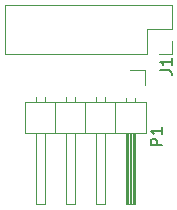
<source format=gto>
G04 #@! TF.GenerationSoftware,KiCad,Pcbnew,5.0.2-bee76a0~70~ubuntu18.04.1*
G04 #@! TF.CreationDate,2019-04-19T13:27:44+02:00*
G04 #@! TF.ProjectId,LTC_SPI,4c54435f-5350-4492-9e6b-696361645f70,rev?*
G04 #@! TF.SameCoordinates,PX7270e00PY76c8ef8*
G04 #@! TF.FileFunction,Legend,Top*
G04 #@! TF.FilePolarity,Positive*
%FSLAX46Y46*%
G04 Gerber Fmt 4.6, Leading zero omitted, Abs format (unit mm)*
G04 Created by KiCad (PCBNEW 5.0.2-bee76a0~70~ubuntu18.04.1) date 2019-04-19T13:27:44 CEST*
%MOMM*%
%LPD*%
G01*
G04 APERTURE LIST*
%ADD10C,0.120000*%
%ADD11C,0.150000*%
G04 APERTURE END LIST*
D10*
G04 #@! TO.C,J1*
X14937940Y8913880D02*
X14937940Y6853880D01*
X14937940Y8913880D02*
X817940Y8913880D01*
X817940Y8913880D02*
X817940Y4793880D01*
X12877940Y4793880D02*
X817940Y4793880D01*
X12877940Y6853880D02*
X12877940Y4793880D01*
X14937940Y6853880D02*
X12877940Y6853880D01*
X14937940Y4793880D02*
X13877940Y4793880D01*
X14937940Y5853880D02*
X14937940Y4793880D01*
G04 #@! TO.C,P1*
X12760000Y715000D02*
X2480000Y715000D01*
X2480000Y715000D02*
X2480000Y-1945000D01*
X2480000Y-1945000D02*
X12760000Y-1945000D01*
X12760000Y-1945000D02*
X12760000Y715000D01*
X11810000Y-1945000D02*
X11810000Y-7945000D01*
X11810000Y-7945000D02*
X11050000Y-7945000D01*
X11050000Y-7945000D02*
X11050000Y-1945000D01*
X11750000Y-1945000D02*
X11750000Y-7945000D01*
X11630000Y-1945000D02*
X11630000Y-7945000D01*
X11510000Y-1945000D02*
X11510000Y-7945000D01*
X11390000Y-1945000D02*
X11390000Y-7945000D01*
X11270000Y-1945000D02*
X11270000Y-7945000D01*
X11150000Y-1945000D02*
X11150000Y-7945000D01*
X11810000Y1045000D02*
X11810000Y715000D01*
X11050000Y1045000D02*
X11050000Y715000D01*
X10160000Y715000D02*
X10160000Y-1945000D01*
X9270000Y-1945000D02*
X9270000Y-7945000D01*
X9270000Y-7945000D02*
X8510000Y-7945000D01*
X8510000Y-7945000D02*
X8510000Y-1945000D01*
X9270000Y1112071D02*
X9270000Y715000D01*
X8510000Y1112071D02*
X8510000Y715000D01*
X7620000Y715000D02*
X7620000Y-1945000D01*
X6730000Y-1945000D02*
X6730000Y-7945000D01*
X6730000Y-7945000D02*
X5970000Y-7945000D01*
X5970000Y-7945000D02*
X5970000Y-1945000D01*
X6730000Y1112071D02*
X6730000Y715000D01*
X5970000Y1112071D02*
X5970000Y715000D01*
X5080000Y715000D02*
X5080000Y-1945000D01*
X4190000Y-1945000D02*
X4190000Y-7945000D01*
X4190000Y-7945000D02*
X3430000Y-7945000D01*
X3430000Y-7945000D02*
X3430000Y-1945000D01*
X4190000Y1112071D02*
X4190000Y715000D01*
X3430000Y1112071D02*
X3430000Y715000D01*
X11430000Y3425000D02*
X12700000Y3425000D01*
X12700000Y3425000D02*
X12700000Y2155000D01*
G04 #@! TO.C,J1*
D11*
X13955780Y3404087D02*
X14670066Y3404087D01*
X14812923Y3356468D01*
X14908161Y3261230D01*
X14955780Y3118373D01*
X14955780Y3023135D01*
X14955780Y4404087D02*
X14955780Y3832659D01*
X14955780Y4118373D02*
X13955780Y4118373D01*
X14098638Y4023135D01*
X14193876Y3927897D01*
X14241495Y3832659D01*
G04 #@! TO.C,P1*
X14152380Y-2968095D02*
X13152380Y-2968095D01*
X13152380Y-2587142D01*
X13200000Y-2491904D01*
X13247619Y-2444285D01*
X13342857Y-2396666D01*
X13485714Y-2396666D01*
X13580952Y-2444285D01*
X13628571Y-2491904D01*
X13676190Y-2587142D01*
X13676190Y-2968095D01*
X14152380Y-1444285D02*
X14152380Y-2015714D01*
X14152380Y-1730000D02*
X13152380Y-1730000D01*
X13295238Y-1825238D01*
X13390476Y-1920476D01*
X13438095Y-2015714D01*
G04 #@! TD*
M02*

</source>
